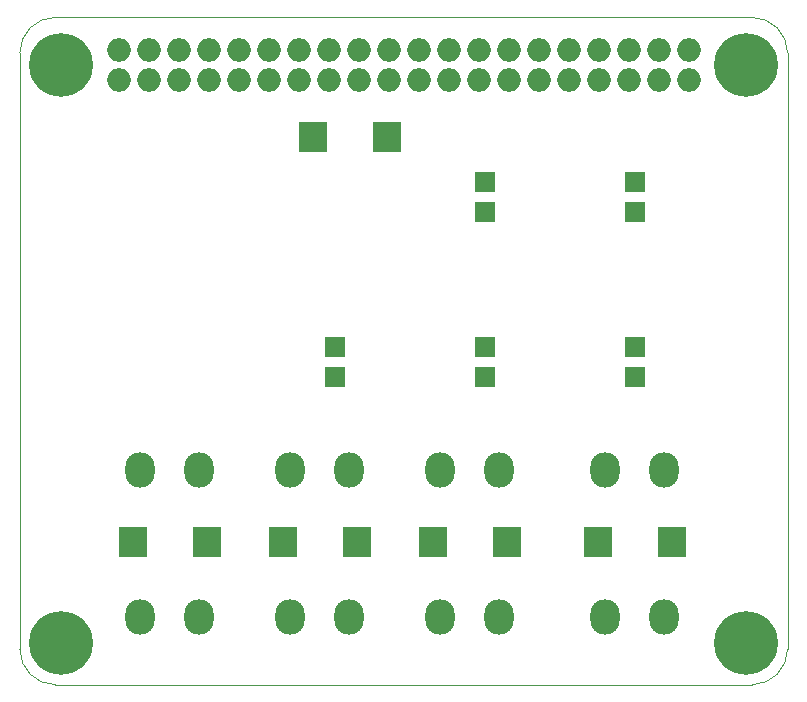
<source format=gbr>
%TF.GenerationSoftware,KiCad,Pcbnew,4.0.7*%
%TF.CreationDate,2018-01-22T14:26:12+01:00*%
%TF.ProjectId,RPi_Hat,5250695F4861742E6B696361645F7063,rev?*%
%TF.FileFunction,Soldermask,Bot*%
%FSLAX46Y46*%
G04 Gerber Fmt 4.6, Leading zero omitted, Abs format (unit mm)*
G04 Created by KiCad (PCBNEW 4.0.7) date 01/22/18 14:26:12*
%MOMM*%
%LPD*%
G01*
G04 APERTURE LIST*
%ADD10C,0.050000*%
%ADD11C,0.100000*%
%ADD12C,5.400000*%
%ADD13O,2.000000X2.000000*%
%ADD14R,1.800000X1.800000*%
%ADD15R,2.400000X2.500000*%
%ADD16O,2.500000X3.000000*%
G04 APERTURE END LIST*
D10*
D11*
X55070000Y-48260000D02*
X114070000Y-48260000D01*
X117070000Y-51260000D02*
G75*
G03X114070000Y-48260000I-3000000J0D01*
G01*
X55070000Y-48260000D02*
G75*
G03X52070000Y-51260000I0J-3000000D01*
G01*
X117070000Y-51260000D02*
X117070000Y-101760000D01*
X52070000Y-93980000D02*
X52070000Y-63500000D01*
X114070000Y-104760000D02*
G75*
G03X117070000Y-101760000I0J3000000D01*
G01*
X52070000Y-101760000D02*
G75*
G03X55070000Y-104760000I3000000J0D01*
G01*
X52070000Y-86260000D02*
X52070000Y-101760000D01*
X52070000Y-51260000D02*
X52070000Y-67260000D01*
X55070000Y-104760000D02*
X114070000Y-104760000D01*
D12*
X113570000Y-52260000D03*
X113570000Y-101260000D03*
X55570000Y-101260000D03*
X55570000Y-52260000D03*
D13*
X60440000Y-53530000D03*
X60440000Y-50990000D03*
X62980000Y-53530000D03*
X62980000Y-50990000D03*
X65520000Y-53530000D03*
X65520000Y-50990000D03*
X68060000Y-53530000D03*
X68060000Y-50990000D03*
X70600000Y-53530000D03*
X70600000Y-50990000D03*
X73140000Y-53530000D03*
X73140000Y-50990000D03*
X75680000Y-53530000D03*
X75680000Y-50990000D03*
X78220000Y-53530000D03*
X78220000Y-50990000D03*
X80760000Y-53530000D03*
X80760000Y-50990000D03*
X83300000Y-53530000D03*
X83300000Y-50990000D03*
X85840000Y-53530000D03*
X85840000Y-50990000D03*
X88380000Y-53530000D03*
X88380000Y-50990000D03*
X90920000Y-53530000D03*
X90920000Y-50990000D03*
X93460000Y-53530000D03*
X93460000Y-50990000D03*
X96000000Y-53530000D03*
X96000000Y-50990000D03*
X98540000Y-53530000D03*
X98540000Y-50990000D03*
X101080000Y-53530000D03*
X101080000Y-50990000D03*
X103620000Y-53530000D03*
X103620000Y-50990000D03*
X106160000Y-53530000D03*
X106160000Y-50990000D03*
X108700000Y-53530000D03*
X108700000Y-50990000D03*
D14*
X104140000Y-64770000D03*
X104140000Y-62230000D03*
X91440000Y-64770000D03*
X91440000Y-62230000D03*
X104140000Y-78740000D03*
X104140000Y-76200000D03*
X91440000Y-78740000D03*
X91440000Y-76200000D03*
X78740000Y-78740000D03*
X78740000Y-76200000D03*
D15*
X100990000Y-92710000D03*
X107290000Y-92710000D03*
X87020000Y-92710000D03*
X93320000Y-92710000D03*
X74320000Y-92710000D03*
X80620000Y-92710000D03*
X61620000Y-92710000D03*
X67920000Y-92710000D03*
X76860000Y-58420000D03*
X83160000Y-58420000D03*
D16*
X101600000Y-86560000D03*
X106600000Y-86560000D03*
X101600000Y-99060000D03*
X106600000Y-99060000D03*
X87630000Y-86560000D03*
X92630000Y-86560000D03*
X87630000Y-99060000D03*
X92630000Y-99060000D03*
X74930000Y-86560000D03*
X79930000Y-86560000D03*
X74930000Y-99060000D03*
X79930000Y-99060000D03*
X62230000Y-86560000D03*
X67230000Y-86560000D03*
X62230000Y-99060000D03*
X67230000Y-99060000D03*
M02*

</source>
